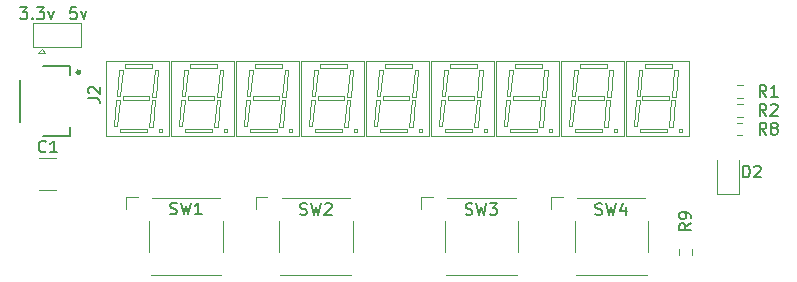
<source format=gto>
G04 #@! TF.GenerationSoftware,KiCad,Pcbnew,7.0.8*
G04 #@! TF.CreationDate,2023-11-03T14:19:20+02:00*
G04 #@! TF.ProjectId,TinyNumberHat,54696e79-4e75-46d6-9265-724861742e6b,rev?*
G04 #@! TF.SameCoordinates,Original*
G04 #@! TF.FileFunction,Legend,Top*
G04 #@! TF.FilePolarity,Positive*
%FSLAX46Y46*%
G04 Gerber Fmt 4.6, Leading zero omitted, Abs format (unit mm)*
G04 Created by KiCad (PCBNEW 7.0.8) date 2023-11-03 14:19:20*
%MOMM*%
%LPD*%
G01*
G04 APERTURE LIST*
%ADD10C,0.150000*%
%ADD11C,0.120000*%
%ADD12C,0.127000*%
%ADD13C,0.300000*%
G04 APERTURE END LIST*
D10*
X105212969Y-77069819D02*
X104736779Y-77069819D01*
X104736779Y-77069819D02*
X104689160Y-77546009D01*
X104689160Y-77546009D02*
X104736779Y-77498390D01*
X104736779Y-77498390D02*
X104832017Y-77450771D01*
X104832017Y-77450771D02*
X105070112Y-77450771D01*
X105070112Y-77450771D02*
X105165350Y-77498390D01*
X105165350Y-77498390D02*
X105212969Y-77546009D01*
X105212969Y-77546009D02*
X105260588Y-77641247D01*
X105260588Y-77641247D02*
X105260588Y-77879342D01*
X105260588Y-77879342D02*
X105212969Y-77974580D01*
X105212969Y-77974580D02*
X105165350Y-78022200D01*
X105165350Y-78022200D02*
X105070112Y-78069819D01*
X105070112Y-78069819D02*
X104832017Y-78069819D01*
X104832017Y-78069819D02*
X104736779Y-78022200D01*
X104736779Y-78022200D02*
X104689160Y-77974580D01*
X105593922Y-77403152D02*
X105832017Y-78069819D01*
X105832017Y-78069819D02*
X106070112Y-77403152D01*
X100441541Y-77069819D02*
X101060588Y-77069819D01*
X101060588Y-77069819D02*
X100727255Y-77450771D01*
X100727255Y-77450771D02*
X100870112Y-77450771D01*
X100870112Y-77450771D02*
X100965350Y-77498390D01*
X100965350Y-77498390D02*
X101012969Y-77546009D01*
X101012969Y-77546009D02*
X101060588Y-77641247D01*
X101060588Y-77641247D02*
X101060588Y-77879342D01*
X101060588Y-77879342D02*
X101012969Y-77974580D01*
X101012969Y-77974580D02*
X100965350Y-78022200D01*
X100965350Y-78022200D02*
X100870112Y-78069819D01*
X100870112Y-78069819D02*
X100584398Y-78069819D01*
X100584398Y-78069819D02*
X100489160Y-78022200D01*
X100489160Y-78022200D02*
X100441541Y-77974580D01*
X101489160Y-77974580D02*
X101536779Y-78022200D01*
X101536779Y-78022200D02*
X101489160Y-78069819D01*
X101489160Y-78069819D02*
X101441541Y-78022200D01*
X101441541Y-78022200D02*
X101489160Y-77974580D01*
X101489160Y-77974580D02*
X101489160Y-78069819D01*
X101870112Y-77069819D02*
X102489159Y-77069819D01*
X102489159Y-77069819D02*
X102155826Y-77450771D01*
X102155826Y-77450771D02*
X102298683Y-77450771D01*
X102298683Y-77450771D02*
X102393921Y-77498390D01*
X102393921Y-77498390D02*
X102441540Y-77546009D01*
X102441540Y-77546009D02*
X102489159Y-77641247D01*
X102489159Y-77641247D02*
X102489159Y-77879342D01*
X102489159Y-77879342D02*
X102441540Y-77974580D01*
X102441540Y-77974580D02*
X102393921Y-78022200D01*
X102393921Y-78022200D02*
X102298683Y-78069819D01*
X102298683Y-78069819D02*
X102012969Y-78069819D01*
X102012969Y-78069819D02*
X101917731Y-78022200D01*
X101917731Y-78022200D02*
X101870112Y-77974580D01*
X102822493Y-77403152D02*
X103060588Y-78069819D01*
X103060588Y-78069819D02*
X103298683Y-77403152D01*
X149166667Y-94607200D02*
X149309524Y-94654819D01*
X149309524Y-94654819D02*
X149547619Y-94654819D01*
X149547619Y-94654819D02*
X149642857Y-94607200D01*
X149642857Y-94607200D02*
X149690476Y-94559580D01*
X149690476Y-94559580D02*
X149738095Y-94464342D01*
X149738095Y-94464342D02*
X149738095Y-94369104D01*
X149738095Y-94369104D02*
X149690476Y-94273866D01*
X149690476Y-94273866D02*
X149642857Y-94226247D01*
X149642857Y-94226247D02*
X149547619Y-94178628D01*
X149547619Y-94178628D02*
X149357143Y-94131009D01*
X149357143Y-94131009D02*
X149261905Y-94083390D01*
X149261905Y-94083390D02*
X149214286Y-94035771D01*
X149214286Y-94035771D02*
X149166667Y-93940533D01*
X149166667Y-93940533D02*
X149166667Y-93845295D01*
X149166667Y-93845295D02*
X149214286Y-93750057D01*
X149214286Y-93750057D02*
X149261905Y-93702438D01*
X149261905Y-93702438D02*
X149357143Y-93654819D01*
X149357143Y-93654819D02*
X149595238Y-93654819D01*
X149595238Y-93654819D02*
X149738095Y-93702438D01*
X150071429Y-93654819D02*
X150309524Y-94654819D01*
X150309524Y-94654819D02*
X150500000Y-93940533D01*
X150500000Y-93940533D02*
X150690476Y-94654819D01*
X150690476Y-94654819D02*
X150928572Y-93654819D01*
X151738095Y-93988152D02*
X151738095Y-94654819D01*
X151500000Y-93607200D02*
X151261905Y-94321485D01*
X151261905Y-94321485D02*
X151880952Y-94321485D01*
X138166667Y-94607200D02*
X138309524Y-94654819D01*
X138309524Y-94654819D02*
X138547619Y-94654819D01*
X138547619Y-94654819D02*
X138642857Y-94607200D01*
X138642857Y-94607200D02*
X138690476Y-94559580D01*
X138690476Y-94559580D02*
X138738095Y-94464342D01*
X138738095Y-94464342D02*
X138738095Y-94369104D01*
X138738095Y-94369104D02*
X138690476Y-94273866D01*
X138690476Y-94273866D02*
X138642857Y-94226247D01*
X138642857Y-94226247D02*
X138547619Y-94178628D01*
X138547619Y-94178628D02*
X138357143Y-94131009D01*
X138357143Y-94131009D02*
X138261905Y-94083390D01*
X138261905Y-94083390D02*
X138214286Y-94035771D01*
X138214286Y-94035771D02*
X138166667Y-93940533D01*
X138166667Y-93940533D02*
X138166667Y-93845295D01*
X138166667Y-93845295D02*
X138214286Y-93750057D01*
X138214286Y-93750057D02*
X138261905Y-93702438D01*
X138261905Y-93702438D02*
X138357143Y-93654819D01*
X138357143Y-93654819D02*
X138595238Y-93654819D01*
X138595238Y-93654819D02*
X138738095Y-93702438D01*
X139071429Y-93654819D02*
X139309524Y-94654819D01*
X139309524Y-94654819D02*
X139500000Y-93940533D01*
X139500000Y-93940533D02*
X139690476Y-94654819D01*
X139690476Y-94654819D02*
X139928572Y-93654819D01*
X140214286Y-93654819D02*
X140833333Y-93654819D01*
X140833333Y-93654819D02*
X140500000Y-94035771D01*
X140500000Y-94035771D02*
X140642857Y-94035771D01*
X140642857Y-94035771D02*
X140738095Y-94083390D01*
X140738095Y-94083390D02*
X140785714Y-94131009D01*
X140785714Y-94131009D02*
X140833333Y-94226247D01*
X140833333Y-94226247D02*
X140833333Y-94464342D01*
X140833333Y-94464342D02*
X140785714Y-94559580D01*
X140785714Y-94559580D02*
X140738095Y-94607200D01*
X140738095Y-94607200D02*
X140642857Y-94654819D01*
X140642857Y-94654819D02*
X140357143Y-94654819D01*
X140357143Y-94654819D02*
X140261905Y-94607200D01*
X140261905Y-94607200D02*
X140214286Y-94559580D01*
X157254819Y-95366666D02*
X156778628Y-95699999D01*
X157254819Y-95938094D02*
X156254819Y-95938094D01*
X156254819Y-95938094D02*
X156254819Y-95557142D01*
X156254819Y-95557142D02*
X156302438Y-95461904D01*
X156302438Y-95461904D02*
X156350057Y-95414285D01*
X156350057Y-95414285D02*
X156445295Y-95366666D01*
X156445295Y-95366666D02*
X156588152Y-95366666D01*
X156588152Y-95366666D02*
X156683390Y-95414285D01*
X156683390Y-95414285D02*
X156731009Y-95461904D01*
X156731009Y-95461904D02*
X156778628Y-95557142D01*
X156778628Y-95557142D02*
X156778628Y-95938094D01*
X157254819Y-94890475D02*
X157254819Y-94699999D01*
X157254819Y-94699999D02*
X157207200Y-94604761D01*
X157207200Y-94604761D02*
X157159580Y-94557142D01*
X157159580Y-94557142D02*
X157016723Y-94461904D01*
X157016723Y-94461904D02*
X156826247Y-94414285D01*
X156826247Y-94414285D02*
X156445295Y-94414285D01*
X156445295Y-94414285D02*
X156350057Y-94461904D01*
X156350057Y-94461904D02*
X156302438Y-94509523D01*
X156302438Y-94509523D02*
X156254819Y-94604761D01*
X156254819Y-94604761D02*
X156254819Y-94795237D01*
X156254819Y-94795237D02*
X156302438Y-94890475D01*
X156302438Y-94890475D02*
X156350057Y-94938094D01*
X156350057Y-94938094D02*
X156445295Y-94985713D01*
X156445295Y-94985713D02*
X156683390Y-94985713D01*
X156683390Y-94985713D02*
X156778628Y-94938094D01*
X156778628Y-94938094D02*
X156826247Y-94890475D01*
X156826247Y-94890475D02*
X156873866Y-94795237D01*
X156873866Y-94795237D02*
X156873866Y-94604761D01*
X156873866Y-94604761D02*
X156826247Y-94509523D01*
X156826247Y-94509523D02*
X156778628Y-94461904D01*
X156778628Y-94461904D02*
X156683390Y-94414285D01*
X106222504Y-84788238D02*
X106936789Y-84788238D01*
X106936789Y-84788238D02*
X107079646Y-84835857D01*
X107079646Y-84835857D02*
X107174885Y-84931095D01*
X107174885Y-84931095D02*
X107222504Y-85073952D01*
X107222504Y-85073952D02*
X107222504Y-85169190D01*
X106317742Y-84359666D02*
X106270123Y-84312047D01*
X106270123Y-84312047D02*
X106222504Y-84216809D01*
X106222504Y-84216809D02*
X106222504Y-83978714D01*
X106222504Y-83978714D02*
X106270123Y-83883476D01*
X106270123Y-83883476D02*
X106317742Y-83835857D01*
X106317742Y-83835857D02*
X106412980Y-83788238D01*
X106412980Y-83788238D02*
X106508218Y-83788238D01*
X106508218Y-83788238D02*
X106651075Y-83835857D01*
X106651075Y-83835857D02*
X107222504Y-84407285D01*
X107222504Y-84407285D02*
X107222504Y-83788238D01*
X163633333Y-86254819D02*
X163300000Y-85778628D01*
X163061905Y-86254819D02*
X163061905Y-85254819D01*
X163061905Y-85254819D02*
X163442857Y-85254819D01*
X163442857Y-85254819D02*
X163538095Y-85302438D01*
X163538095Y-85302438D02*
X163585714Y-85350057D01*
X163585714Y-85350057D02*
X163633333Y-85445295D01*
X163633333Y-85445295D02*
X163633333Y-85588152D01*
X163633333Y-85588152D02*
X163585714Y-85683390D01*
X163585714Y-85683390D02*
X163538095Y-85731009D01*
X163538095Y-85731009D02*
X163442857Y-85778628D01*
X163442857Y-85778628D02*
X163061905Y-85778628D01*
X164014286Y-85350057D02*
X164061905Y-85302438D01*
X164061905Y-85302438D02*
X164157143Y-85254819D01*
X164157143Y-85254819D02*
X164395238Y-85254819D01*
X164395238Y-85254819D02*
X164490476Y-85302438D01*
X164490476Y-85302438D02*
X164538095Y-85350057D01*
X164538095Y-85350057D02*
X164585714Y-85445295D01*
X164585714Y-85445295D02*
X164585714Y-85540533D01*
X164585714Y-85540533D02*
X164538095Y-85683390D01*
X164538095Y-85683390D02*
X163966667Y-86254819D01*
X163966667Y-86254819D02*
X164585714Y-86254819D01*
X163633333Y-84654819D02*
X163300000Y-84178628D01*
X163061905Y-84654819D02*
X163061905Y-83654819D01*
X163061905Y-83654819D02*
X163442857Y-83654819D01*
X163442857Y-83654819D02*
X163538095Y-83702438D01*
X163538095Y-83702438D02*
X163585714Y-83750057D01*
X163585714Y-83750057D02*
X163633333Y-83845295D01*
X163633333Y-83845295D02*
X163633333Y-83988152D01*
X163633333Y-83988152D02*
X163585714Y-84083390D01*
X163585714Y-84083390D02*
X163538095Y-84131009D01*
X163538095Y-84131009D02*
X163442857Y-84178628D01*
X163442857Y-84178628D02*
X163061905Y-84178628D01*
X164585714Y-84654819D02*
X164014286Y-84654819D01*
X164300000Y-84654819D02*
X164300000Y-83654819D01*
X164300000Y-83654819D02*
X164204762Y-83797676D01*
X164204762Y-83797676D02*
X164109524Y-83892914D01*
X164109524Y-83892914D02*
X164014286Y-83940533D01*
X113166667Y-94557200D02*
X113309524Y-94604819D01*
X113309524Y-94604819D02*
X113547619Y-94604819D01*
X113547619Y-94604819D02*
X113642857Y-94557200D01*
X113642857Y-94557200D02*
X113690476Y-94509580D01*
X113690476Y-94509580D02*
X113738095Y-94414342D01*
X113738095Y-94414342D02*
X113738095Y-94319104D01*
X113738095Y-94319104D02*
X113690476Y-94223866D01*
X113690476Y-94223866D02*
X113642857Y-94176247D01*
X113642857Y-94176247D02*
X113547619Y-94128628D01*
X113547619Y-94128628D02*
X113357143Y-94081009D01*
X113357143Y-94081009D02*
X113261905Y-94033390D01*
X113261905Y-94033390D02*
X113214286Y-93985771D01*
X113214286Y-93985771D02*
X113166667Y-93890533D01*
X113166667Y-93890533D02*
X113166667Y-93795295D01*
X113166667Y-93795295D02*
X113214286Y-93700057D01*
X113214286Y-93700057D02*
X113261905Y-93652438D01*
X113261905Y-93652438D02*
X113357143Y-93604819D01*
X113357143Y-93604819D02*
X113595238Y-93604819D01*
X113595238Y-93604819D02*
X113738095Y-93652438D01*
X114071429Y-93604819D02*
X114309524Y-94604819D01*
X114309524Y-94604819D02*
X114500000Y-93890533D01*
X114500000Y-93890533D02*
X114690476Y-94604819D01*
X114690476Y-94604819D02*
X114928572Y-93604819D01*
X115833333Y-94604819D02*
X115261905Y-94604819D01*
X115547619Y-94604819D02*
X115547619Y-93604819D01*
X115547619Y-93604819D02*
X115452381Y-93747676D01*
X115452381Y-93747676D02*
X115357143Y-93842914D01*
X115357143Y-93842914D02*
X115261905Y-93890533D01*
X124166667Y-94607200D02*
X124309524Y-94654819D01*
X124309524Y-94654819D02*
X124547619Y-94654819D01*
X124547619Y-94654819D02*
X124642857Y-94607200D01*
X124642857Y-94607200D02*
X124690476Y-94559580D01*
X124690476Y-94559580D02*
X124738095Y-94464342D01*
X124738095Y-94464342D02*
X124738095Y-94369104D01*
X124738095Y-94369104D02*
X124690476Y-94273866D01*
X124690476Y-94273866D02*
X124642857Y-94226247D01*
X124642857Y-94226247D02*
X124547619Y-94178628D01*
X124547619Y-94178628D02*
X124357143Y-94131009D01*
X124357143Y-94131009D02*
X124261905Y-94083390D01*
X124261905Y-94083390D02*
X124214286Y-94035771D01*
X124214286Y-94035771D02*
X124166667Y-93940533D01*
X124166667Y-93940533D02*
X124166667Y-93845295D01*
X124166667Y-93845295D02*
X124214286Y-93750057D01*
X124214286Y-93750057D02*
X124261905Y-93702438D01*
X124261905Y-93702438D02*
X124357143Y-93654819D01*
X124357143Y-93654819D02*
X124595238Y-93654819D01*
X124595238Y-93654819D02*
X124738095Y-93702438D01*
X125071429Y-93654819D02*
X125309524Y-94654819D01*
X125309524Y-94654819D02*
X125500000Y-93940533D01*
X125500000Y-93940533D02*
X125690476Y-94654819D01*
X125690476Y-94654819D02*
X125928572Y-93654819D01*
X126261905Y-93750057D02*
X126309524Y-93702438D01*
X126309524Y-93702438D02*
X126404762Y-93654819D01*
X126404762Y-93654819D02*
X126642857Y-93654819D01*
X126642857Y-93654819D02*
X126738095Y-93702438D01*
X126738095Y-93702438D02*
X126785714Y-93750057D01*
X126785714Y-93750057D02*
X126833333Y-93845295D01*
X126833333Y-93845295D02*
X126833333Y-93940533D01*
X126833333Y-93940533D02*
X126785714Y-94083390D01*
X126785714Y-94083390D02*
X126214286Y-94654819D01*
X126214286Y-94654819D02*
X126833333Y-94654819D01*
X163633333Y-87854819D02*
X163300000Y-87378628D01*
X163061905Y-87854819D02*
X163061905Y-86854819D01*
X163061905Y-86854819D02*
X163442857Y-86854819D01*
X163442857Y-86854819D02*
X163538095Y-86902438D01*
X163538095Y-86902438D02*
X163585714Y-86950057D01*
X163585714Y-86950057D02*
X163633333Y-87045295D01*
X163633333Y-87045295D02*
X163633333Y-87188152D01*
X163633333Y-87188152D02*
X163585714Y-87283390D01*
X163585714Y-87283390D02*
X163538095Y-87331009D01*
X163538095Y-87331009D02*
X163442857Y-87378628D01*
X163442857Y-87378628D02*
X163061905Y-87378628D01*
X164204762Y-87283390D02*
X164109524Y-87235771D01*
X164109524Y-87235771D02*
X164061905Y-87188152D01*
X164061905Y-87188152D02*
X164014286Y-87092914D01*
X164014286Y-87092914D02*
X164014286Y-87045295D01*
X164014286Y-87045295D02*
X164061905Y-86950057D01*
X164061905Y-86950057D02*
X164109524Y-86902438D01*
X164109524Y-86902438D02*
X164204762Y-86854819D01*
X164204762Y-86854819D02*
X164395238Y-86854819D01*
X164395238Y-86854819D02*
X164490476Y-86902438D01*
X164490476Y-86902438D02*
X164538095Y-86950057D01*
X164538095Y-86950057D02*
X164585714Y-87045295D01*
X164585714Y-87045295D02*
X164585714Y-87092914D01*
X164585714Y-87092914D02*
X164538095Y-87188152D01*
X164538095Y-87188152D02*
X164490476Y-87235771D01*
X164490476Y-87235771D02*
X164395238Y-87283390D01*
X164395238Y-87283390D02*
X164204762Y-87283390D01*
X164204762Y-87283390D02*
X164109524Y-87331009D01*
X164109524Y-87331009D02*
X164061905Y-87378628D01*
X164061905Y-87378628D02*
X164014286Y-87473866D01*
X164014286Y-87473866D02*
X164014286Y-87664342D01*
X164014286Y-87664342D02*
X164061905Y-87759580D01*
X164061905Y-87759580D02*
X164109524Y-87807200D01*
X164109524Y-87807200D02*
X164204762Y-87854819D01*
X164204762Y-87854819D02*
X164395238Y-87854819D01*
X164395238Y-87854819D02*
X164490476Y-87807200D01*
X164490476Y-87807200D02*
X164538095Y-87759580D01*
X164538095Y-87759580D02*
X164585714Y-87664342D01*
X164585714Y-87664342D02*
X164585714Y-87473866D01*
X164585714Y-87473866D02*
X164538095Y-87378628D01*
X164538095Y-87378628D02*
X164490476Y-87331009D01*
X164490476Y-87331009D02*
X164395238Y-87283390D01*
X102633333Y-89259580D02*
X102585714Y-89307200D01*
X102585714Y-89307200D02*
X102442857Y-89354819D01*
X102442857Y-89354819D02*
X102347619Y-89354819D01*
X102347619Y-89354819D02*
X102204762Y-89307200D01*
X102204762Y-89307200D02*
X102109524Y-89211961D01*
X102109524Y-89211961D02*
X102061905Y-89116723D01*
X102061905Y-89116723D02*
X102014286Y-88926247D01*
X102014286Y-88926247D02*
X102014286Y-88783390D01*
X102014286Y-88783390D02*
X102061905Y-88592914D01*
X102061905Y-88592914D02*
X102109524Y-88497676D01*
X102109524Y-88497676D02*
X102204762Y-88402438D01*
X102204762Y-88402438D02*
X102347619Y-88354819D01*
X102347619Y-88354819D02*
X102442857Y-88354819D01*
X102442857Y-88354819D02*
X102585714Y-88402438D01*
X102585714Y-88402438D02*
X102633333Y-88450057D01*
X103585714Y-89354819D02*
X103014286Y-89354819D01*
X103300000Y-89354819D02*
X103300000Y-88354819D01*
X103300000Y-88354819D02*
X103204762Y-88497676D01*
X103204762Y-88497676D02*
X103109524Y-88592914D01*
X103109524Y-88592914D02*
X103014286Y-88640533D01*
X161661905Y-91479819D02*
X161661905Y-90479819D01*
X161661905Y-90479819D02*
X161900000Y-90479819D01*
X161900000Y-90479819D02*
X162042857Y-90527438D01*
X162042857Y-90527438D02*
X162138095Y-90622676D01*
X162138095Y-90622676D02*
X162185714Y-90717914D01*
X162185714Y-90717914D02*
X162233333Y-90908390D01*
X162233333Y-90908390D02*
X162233333Y-91051247D01*
X162233333Y-91051247D02*
X162185714Y-91241723D01*
X162185714Y-91241723D02*
X162138095Y-91336961D01*
X162138095Y-91336961D02*
X162042857Y-91432200D01*
X162042857Y-91432200D02*
X161900000Y-91479819D01*
X161900000Y-91479819D02*
X161661905Y-91479819D01*
X162614286Y-90575057D02*
X162661905Y-90527438D01*
X162661905Y-90527438D02*
X162757143Y-90479819D01*
X162757143Y-90479819D02*
X162995238Y-90479819D01*
X162995238Y-90479819D02*
X163090476Y-90527438D01*
X163090476Y-90527438D02*
X163138095Y-90575057D01*
X163138095Y-90575057D02*
X163185714Y-90670295D01*
X163185714Y-90670295D02*
X163185714Y-90765533D01*
X163185714Y-90765533D02*
X163138095Y-90908390D01*
X163138095Y-90908390D02*
X162566667Y-91479819D01*
X162566667Y-91479819D02*
X163185714Y-91479819D01*
D11*
X113250000Y-81650000D02*
X118550000Y-81650000D01*
X113250000Y-87950000D02*
X113250000Y-81650000D01*
X113900000Y-87150000D02*
X114100000Y-84900000D01*
X114100000Y-84900000D02*
X114400000Y-84900000D01*
X114150000Y-84600000D02*
X114350000Y-82350000D01*
X114200000Y-87150000D02*
X113900000Y-87150000D01*
X114350000Y-82350000D02*
X114650000Y-82350000D01*
X114400000Y-84900000D02*
X114200000Y-87150000D01*
X114400000Y-87350000D02*
X116700000Y-87350000D01*
X114400000Y-87650000D02*
X114400000Y-87350000D01*
X114450000Y-84600000D02*
X114150000Y-84600000D01*
X114650000Y-82350000D02*
X114450000Y-84600000D01*
X114650000Y-84600000D02*
X116900000Y-84600000D01*
X114650000Y-84900000D02*
X114650000Y-84600000D01*
X114850000Y-81900000D02*
X117150000Y-81900000D01*
X114850000Y-82200000D02*
X114850000Y-81900000D01*
X116700000Y-87350000D02*
X116700000Y-87650000D01*
X116700000Y-87650000D02*
X114400000Y-87650000D01*
X116900000Y-84600000D02*
X116900000Y-84900000D01*
X116900000Y-84900000D02*
X114650000Y-84900000D01*
X116900000Y-87200000D02*
X117100000Y-84950000D01*
X117100000Y-84950000D02*
X117400000Y-84950000D01*
X117150000Y-81900000D02*
X117150000Y-82200000D01*
X117150000Y-82200000D02*
X114850000Y-82200000D01*
X117150000Y-84650000D02*
X117350000Y-82400000D01*
X117200000Y-87200000D02*
X116900000Y-87200000D01*
X117350000Y-82400000D02*
X117650000Y-82400000D01*
X117400000Y-84950000D02*
X117200000Y-87200000D01*
X117450000Y-84650000D02*
X117150000Y-84650000D01*
X117650000Y-82400000D02*
X117450000Y-84650000D01*
X117700000Y-87350000D02*
X118000000Y-87350000D01*
X117700000Y-87650000D02*
X117700000Y-87350000D01*
X118000000Y-87350000D02*
X118000000Y-87650000D01*
X118000000Y-87650000D02*
X117700000Y-87650000D01*
X118550000Y-81650000D02*
X118550000Y-87950000D01*
X118550000Y-87950000D02*
X113250000Y-87950000D01*
X145400000Y-93150000D02*
X146400000Y-93150000D01*
X145400000Y-94150000D02*
X145400000Y-93150000D01*
X147400000Y-95150000D02*
X147400000Y-97750000D01*
X153400000Y-93200000D02*
X147600000Y-93200000D01*
X153500000Y-99700000D02*
X147500000Y-99700000D01*
X153600000Y-95150000D02*
X153600000Y-97750000D01*
X134400000Y-93150000D02*
X135400000Y-93150000D01*
X134400000Y-94150000D02*
X134400000Y-93150000D01*
X136400000Y-95150000D02*
X136400000Y-97750000D01*
X142400000Y-93200000D02*
X136600000Y-93200000D01*
X142500000Y-99700000D02*
X136500000Y-99700000D01*
X142600000Y-95150000D02*
X142600000Y-97750000D01*
X135250000Y-81650000D02*
X140550000Y-81650000D01*
X135250000Y-87950000D02*
X135250000Y-81650000D01*
X135900000Y-87150000D02*
X136100000Y-84900000D01*
X136100000Y-84900000D02*
X136400000Y-84900000D01*
X136150000Y-84600000D02*
X136350000Y-82350000D01*
X136200000Y-87150000D02*
X135900000Y-87150000D01*
X136350000Y-82350000D02*
X136650000Y-82350000D01*
X136400000Y-84900000D02*
X136200000Y-87150000D01*
X136400000Y-87350000D02*
X138700000Y-87350000D01*
X136400000Y-87650000D02*
X136400000Y-87350000D01*
X136450000Y-84600000D02*
X136150000Y-84600000D01*
X136650000Y-82350000D02*
X136450000Y-84600000D01*
X136650000Y-84600000D02*
X138900000Y-84600000D01*
X136650000Y-84900000D02*
X136650000Y-84600000D01*
X136850000Y-81900000D02*
X139150000Y-81900000D01*
X136850000Y-82200000D02*
X136850000Y-81900000D01*
X138700000Y-87350000D02*
X138700000Y-87650000D01*
X138700000Y-87650000D02*
X136400000Y-87650000D01*
X138900000Y-84600000D02*
X138900000Y-84900000D01*
X138900000Y-84900000D02*
X136650000Y-84900000D01*
X138900000Y-87200000D02*
X139100000Y-84950000D01*
X139100000Y-84950000D02*
X139400000Y-84950000D01*
X139150000Y-81900000D02*
X139150000Y-82200000D01*
X139150000Y-82200000D02*
X136850000Y-82200000D01*
X139150000Y-84650000D02*
X139350000Y-82400000D01*
X139200000Y-87200000D02*
X138900000Y-87200000D01*
X139350000Y-82400000D02*
X139650000Y-82400000D01*
X139400000Y-84950000D02*
X139200000Y-87200000D01*
X139450000Y-84650000D02*
X139150000Y-84650000D01*
X139650000Y-82400000D02*
X139450000Y-84650000D01*
X139700000Y-87350000D02*
X140000000Y-87350000D01*
X139700000Y-87650000D02*
X139700000Y-87350000D01*
X140000000Y-87350000D02*
X140000000Y-87650000D01*
X140000000Y-87650000D02*
X139700000Y-87650000D01*
X140550000Y-81650000D02*
X140550000Y-87950000D01*
X140550000Y-87950000D02*
X135250000Y-87950000D01*
X118750000Y-81650000D02*
X124050000Y-81650000D01*
X118750000Y-87950000D02*
X118750000Y-81650000D01*
X119400000Y-87150000D02*
X119600000Y-84900000D01*
X119600000Y-84900000D02*
X119900000Y-84900000D01*
X119650000Y-84600000D02*
X119850000Y-82350000D01*
X119700000Y-87150000D02*
X119400000Y-87150000D01*
X119850000Y-82350000D02*
X120150000Y-82350000D01*
X119900000Y-84900000D02*
X119700000Y-87150000D01*
X119900000Y-87350000D02*
X122200000Y-87350000D01*
X119900000Y-87650000D02*
X119900000Y-87350000D01*
X119950000Y-84600000D02*
X119650000Y-84600000D01*
X120150000Y-82350000D02*
X119950000Y-84600000D01*
X120150000Y-84600000D02*
X122400000Y-84600000D01*
X120150000Y-84900000D02*
X120150000Y-84600000D01*
X120350000Y-81900000D02*
X122650000Y-81900000D01*
X120350000Y-82200000D02*
X120350000Y-81900000D01*
X122200000Y-87350000D02*
X122200000Y-87650000D01*
X122200000Y-87650000D02*
X119900000Y-87650000D01*
X122400000Y-84600000D02*
X122400000Y-84900000D01*
X122400000Y-84900000D02*
X120150000Y-84900000D01*
X122400000Y-87200000D02*
X122600000Y-84950000D01*
X122600000Y-84950000D02*
X122900000Y-84950000D01*
X122650000Y-81900000D02*
X122650000Y-82200000D01*
X122650000Y-82200000D02*
X120350000Y-82200000D01*
X122650000Y-84650000D02*
X122850000Y-82400000D01*
X122700000Y-87200000D02*
X122400000Y-87200000D01*
X122850000Y-82400000D02*
X123150000Y-82400000D01*
X122900000Y-84950000D02*
X122700000Y-87200000D01*
X122950000Y-84650000D02*
X122650000Y-84650000D01*
X123150000Y-82400000D02*
X122950000Y-84650000D01*
X123200000Y-87350000D02*
X123500000Y-87350000D01*
X123200000Y-87650000D02*
X123200000Y-87350000D01*
X123500000Y-87350000D02*
X123500000Y-87650000D01*
X123500000Y-87650000D02*
X123200000Y-87650000D01*
X124050000Y-81650000D02*
X124050000Y-87950000D01*
X124050000Y-87950000D02*
X118750000Y-87950000D01*
X156277500Y-98037258D02*
X156277500Y-97562742D01*
X157322500Y-98037258D02*
X157322500Y-97562742D01*
D12*
X104675000Y-82000000D02*
X102400000Y-82000000D01*
X104675000Y-82800000D02*
X104675000Y-82000000D01*
X100425000Y-83200000D02*
X100425000Y-86800000D01*
X104675000Y-87200000D02*
X104675000Y-88000000D01*
X104675000Y-88000000D02*
X102400000Y-88000000D01*
D13*
X105485000Y-82550000D02*
G75*
G03*
X105485000Y-82550000I-100000J0D01*
G01*
D11*
X161637258Y-86322500D02*
X161162742Y-86322500D01*
X161637258Y-85277500D02*
X161162742Y-85277500D01*
X161662258Y-84722500D02*
X161187742Y-84722500D01*
X161662258Y-83677500D02*
X161187742Y-83677500D01*
X109400000Y-93150000D02*
X110400000Y-93150000D01*
X109400000Y-94150000D02*
X109400000Y-93150000D01*
X111400000Y-95150000D02*
X111400000Y-97750000D01*
X117400000Y-93200000D02*
X111600000Y-93200000D01*
X117500000Y-99700000D02*
X111500000Y-99700000D01*
X117600000Y-95150000D02*
X117600000Y-97750000D01*
X120400000Y-93150000D02*
X121400000Y-93150000D01*
X120400000Y-94150000D02*
X120400000Y-93150000D01*
X122400000Y-95150000D02*
X122400000Y-97750000D01*
X128400000Y-93200000D02*
X122600000Y-93200000D01*
X128500000Y-99700000D02*
X122500000Y-99700000D01*
X128600000Y-95150000D02*
X128600000Y-97750000D01*
X107750000Y-81650000D02*
X113050000Y-81650000D01*
X107750000Y-87950000D02*
X107750000Y-81650000D01*
X108400000Y-87150000D02*
X108600000Y-84900000D01*
X108600000Y-84900000D02*
X108900000Y-84900000D01*
X108650000Y-84600000D02*
X108850000Y-82350000D01*
X108700000Y-87150000D02*
X108400000Y-87150000D01*
X108850000Y-82350000D02*
X109150000Y-82350000D01*
X108900000Y-84900000D02*
X108700000Y-87150000D01*
X108900000Y-87350000D02*
X111200000Y-87350000D01*
X108900000Y-87650000D02*
X108900000Y-87350000D01*
X108950000Y-84600000D02*
X108650000Y-84600000D01*
X109150000Y-82350000D02*
X108950000Y-84600000D01*
X109150000Y-84600000D02*
X111400000Y-84600000D01*
X109150000Y-84900000D02*
X109150000Y-84600000D01*
X109350000Y-81900000D02*
X111650000Y-81900000D01*
X109350000Y-82200000D02*
X109350000Y-81900000D01*
X111200000Y-87350000D02*
X111200000Y-87650000D01*
X111200000Y-87650000D02*
X108900000Y-87650000D01*
X111400000Y-84600000D02*
X111400000Y-84900000D01*
X111400000Y-84900000D02*
X109150000Y-84900000D01*
X111400000Y-87200000D02*
X111600000Y-84950000D01*
X111600000Y-84950000D02*
X111900000Y-84950000D01*
X111650000Y-81900000D02*
X111650000Y-82200000D01*
X111650000Y-82200000D02*
X109350000Y-82200000D01*
X111650000Y-84650000D02*
X111850000Y-82400000D01*
X111700000Y-87200000D02*
X111400000Y-87200000D01*
X111850000Y-82400000D02*
X112150000Y-82400000D01*
X111900000Y-84950000D02*
X111700000Y-87200000D01*
X111950000Y-84650000D02*
X111650000Y-84650000D01*
X112150000Y-82400000D02*
X111950000Y-84650000D01*
X112200000Y-87350000D02*
X112500000Y-87350000D01*
X112200000Y-87650000D02*
X112200000Y-87350000D01*
X112500000Y-87350000D02*
X112500000Y-87650000D01*
X112500000Y-87650000D02*
X112200000Y-87650000D01*
X113050000Y-81650000D02*
X113050000Y-87950000D01*
X113050000Y-87950000D02*
X107750000Y-87950000D01*
X161137742Y-86877500D02*
X161612258Y-86877500D01*
X161137742Y-87922500D02*
X161612258Y-87922500D01*
X129750000Y-81650000D02*
X135050000Y-81650000D01*
X129750000Y-87950000D02*
X129750000Y-81650000D01*
X130400000Y-87150000D02*
X130600000Y-84900000D01*
X130600000Y-84900000D02*
X130900000Y-84900000D01*
X130650000Y-84600000D02*
X130850000Y-82350000D01*
X130700000Y-87150000D02*
X130400000Y-87150000D01*
X130850000Y-82350000D02*
X131150000Y-82350000D01*
X130900000Y-84900000D02*
X130700000Y-87150000D01*
X130900000Y-87350000D02*
X133200000Y-87350000D01*
X130900000Y-87650000D02*
X130900000Y-87350000D01*
X130950000Y-84600000D02*
X130650000Y-84600000D01*
X131150000Y-82350000D02*
X130950000Y-84600000D01*
X131150000Y-84600000D02*
X133400000Y-84600000D01*
X131150000Y-84900000D02*
X131150000Y-84600000D01*
X131350000Y-81900000D02*
X133650000Y-81900000D01*
X131350000Y-82200000D02*
X131350000Y-81900000D01*
X133200000Y-87350000D02*
X133200000Y-87650000D01*
X133200000Y-87650000D02*
X130900000Y-87650000D01*
X133400000Y-84600000D02*
X133400000Y-84900000D01*
X133400000Y-84900000D02*
X131150000Y-84900000D01*
X133400000Y-87200000D02*
X133600000Y-84950000D01*
X133600000Y-84950000D02*
X133900000Y-84950000D01*
X133650000Y-81900000D02*
X133650000Y-82200000D01*
X133650000Y-82200000D02*
X131350000Y-82200000D01*
X133650000Y-84650000D02*
X133850000Y-82400000D01*
X133700000Y-87200000D02*
X133400000Y-87200000D01*
X133850000Y-82400000D02*
X134150000Y-82400000D01*
X133900000Y-84950000D02*
X133700000Y-87200000D01*
X133950000Y-84650000D02*
X133650000Y-84650000D01*
X134150000Y-82400000D02*
X133950000Y-84650000D01*
X134200000Y-87350000D02*
X134500000Y-87350000D01*
X134200000Y-87650000D02*
X134200000Y-87350000D01*
X134500000Y-87350000D02*
X134500000Y-87650000D01*
X134500000Y-87650000D02*
X134200000Y-87650000D01*
X135050000Y-81650000D02*
X135050000Y-87950000D01*
X135050000Y-87950000D02*
X129750000Y-87950000D01*
X151750000Y-81650000D02*
X157050000Y-81650000D01*
X151750000Y-87950000D02*
X151750000Y-81650000D01*
X152400000Y-87150000D02*
X152600000Y-84900000D01*
X152600000Y-84900000D02*
X152900000Y-84900000D01*
X152650000Y-84600000D02*
X152850000Y-82350000D01*
X152700000Y-87150000D02*
X152400000Y-87150000D01*
X152850000Y-82350000D02*
X153150000Y-82350000D01*
X152900000Y-84900000D02*
X152700000Y-87150000D01*
X152900000Y-87350000D02*
X155200000Y-87350000D01*
X152900000Y-87650000D02*
X152900000Y-87350000D01*
X152950000Y-84600000D02*
X152650000Y-84600000D01*
X153150000Y-82350000D02*
X152950000Y-84600000D01*
X153150000Y-84600000D02*
X155400000Y-84600000D01*
X153150000Y-84900000D02*
X153150000Y-84600000D01*
X153350000Y-81900000D02*
X155650000Y-81900000D01*
X153350000Y-82200000D02*
X153350000Y-81900000D01*
X155200000Y-87350000D02*
X155200000Y-87650000D01*
X155200000Y-87650000D02*
X152900000Y-87650000D01*
X155400000Y-84600000D02*
X155400000Y-84900000D01*
X155400000Y-84900000D02*
X153150000Y-84900000D01*
X155400000Y-87200000D02*
X155600000Y-84950000D01*
X155600000Y-84950000D02*
X155900000Y-84950000D01*
X155650000Y-81900000D02*
X155650000Y-82200000D01*
X155650000Y-82200000D02*
X153350000Y-82200000D01*
X155650000Y-84650000D02*
X155850000Y-82400000D01*
X155700000Y-87200000D02*
X155400000Y-87200000D01*
X155850000Y-82400000D02*
X156150000Y-82400000D01*
X155900000Y-84950000D02*
X155700000Y-87200000D01*
X155950000Y-84650000D02*
X155650000Y-84650000D01*
X156150000Y-82400000D02*
X155950000Y-84650000D01*
X156200000Y-87350000D02*
X156500000Y-87350000D01*
X156200000Y-87650000D02*
X156200000Y-87350000D01*
X156500000Y-87350000D02*
X156500000Y-87650000D01*
X156500000Y-87650000D02*
X156200000Y-87650000D01*
X157050000Y-81650000D02*
X157050000Y-87950000D01*
X157050000Y-87950000D02*
X151750000Y-87950000D01*
X102088748Y-89840000D02*
X103511252Y-89840000D01*
X102088748Y-92560000D02*
X103511252Y-92560000D01*
X124250000Y-81650000D02*
X129550000Y-81650000D01*
X124250000Y-87950000D02*
X124250000Y-81650000D01*
X124900000Y-87150000D02*
X125100000Y-84900000D01*
X125100000Y-84900000D02*
X125400000Y-84900000D01*
X125150000Y-84600000D02*
X125350000Y-82350000D01*
X125200000Y-87150000D02*
X124900000Y-87150000D01*
X125350000Y-82350000D02*
X125650000Y-82350000D01*
X125400000Y-84900000D02*
X125200000Y-87150000D01*
X125400000Y-87350000D02*
X127700000Y-87350000D01*
X125400000Y-87650000D02*
X125400000Y-87350000D01*
X125450000Y-84600000D02*
X125150000Y-84600000D01*
X125650000Y-82350000D02*
X125450000Y-84600000D01*
X125650000Y-84600000D02*
X127900000Y-84600000D01*
X125650000Y-84900000D02*
X125650000Y-84600000D01*
X125850000Y-81900000D02*
X128150000Y-81900000D01*
X125850000Y-82200000D02*
X125850000Y-81900000D01*
X127700000Y-87350000D02*
X127700000Y-87650000D01*
X127700000Y-87650000D02*
X125400000Y-87650000D01*
X127900000Y-84600000D02*
X127900000Y-84900000D01*
X127900000Y-84900000D02*
X125650000Y-84900000D01*
X127900000Y-87200000D02*
X128100000Y-84950000D01*
X128100000Y-84950000D02*
X128400000Y-84950000D01*
X128150000Y-81900000D02*
X128150000Y-82200000D01*
X128150000Y-82200000D02*
X125850000Y-82200000D01*
X128150000Y-84650000D02*
X128350000Y-82400000D01*
X128200000Y-87200000D02*
X127900000Y-87200000D01*
X128350000Y-82400000D02*
X128650000Y-82400000D01*
X128400000Y-84950000D02*
X128200000Y-87200000D01*
X128450000Y-84650000D02*
X128150000Y-84650000D01*
X128650000Y-82400000D02*
X128450000Y-84650000D01*
X128700000Y-87350000D02*
X129000000Y-87350000D01*
X128700000Y-87650000D02*
X128700000Y-87350000D01*
X129000000Y-87350000D02*
X129000000Y-87650000D01*
X129000000Y-87650000D02*
X128700000Y-87650000D01*
X129550000Y-81650000D02*
X129550000Y-87950000D01*
X129550000Y-87950000D02*
X124250000Y-87950000D01*
X159440000Y-92860000D02*
X161360000Y-92860000D01*
X161360000Y-92860000D02*
X161360000Y-90000000D01*
X159440000Y-90000000D02*
X159440000Y-92860000D01*
X101550000Y-78400000D02*
X105650000Y-78400000D01*
X101550000Y-80400000D02*
X101550000Y-78400000D01*
X102000000Y-80900000D02*
X102600000Y-80900000D01*
X102300000Y-80600000D02*
X102000000Y-80900000D01*
X102300000Y-80600000D02*
X102600000Y-80900000D01*
X105650000Y-78400000D02*
X105650000Y-80400000D01*
X105650000Y-80400000D02*
X101550000Y-80400000D01*
X140750000Y-81650000D02*
X146050000Y-81650000D01*
X140750000Y-87950000D02*
X140750000Y-81650000D01*
X141400000Y-87150000D02*
X141600000Y-84900000D01*
X141600000Y-84900000D02*
X141900000Y-84900000D01*
X141650000Y-84600000D02*
X141850000Y-82350000D01*
X141700000Y-87150000D02*
X141400000Y-87150000D01*
X141850000Y-82350000D02*
X142150000Y-82350000D01*
X141900000Y-84900000D02*
X141700000Y-87150000D01*
X141900000Y-87350000D02*
X144200000Y-87350000D01*
X141900000Y-87650000D02*
X141900000Y-87350000D01*
X141950000Y-84600000D02*
X141650000Y-84600000D01*
X142150000Y-82350000D02*
X141950000Y-84600000D01*
X142150000Y-84600000D02*
X144400000Y-84600000D01*
X142150000Y-84900000D02*
X142150000Y-84600000D01*
X142350000Y-81900000D02*
X144650000Y-81900000D01*
X142350000Y-82200000D02*
X142350000Y-81900000D01*
X144200000Y-87350000D02*
X144200000Y-87650000D01*
X144200000Y-87650000D02*
X141900000Y-87650000D01*
X144400000Y-84600000D02*
X144400000Y-84900000D01*
X144400000Y-84900000D02*
X142150000Y-84900000D01*
X144400000Y-87200000D02*
X144600000Y-84950000D01*
X144600000Y-84950000D02*
X144900000Y-84950000D01*
X144650000Y-81900000D02*
X144650000Y-82200000D01*
X144650000Y-82200000D02*
X142350000Y-82200000D01*
X144650000Y-84650000D02*
X144850000Y-82400000D01*
X144700000Y-87200000D02*
X144400000Y-87200000D01*
X144850000Y-82400000D02*
X145150000Y-82400000D01*
X144900000Y-84950000D02*
X144700000Y-87200000D01*
X144950000Y-84650000D02*
X144650000Y-84650000D01*
X145150000Y-82400000D02*
X144950000Y-84650000D01*
X145200000Y-87350000D02*
X145500000Y-87350000D01*
X145200000Y-87650000D02*
X145200000Y-87350000D01*
X145500000Y-87350000D02*
X145500000Y-87650000D01*
X145500000Y-87650000D02*
X145200000Y-87650000D01*
X146050000Y-81650000D02*
X146050000Y-87950000D01*
X146050000Y-87950000D02*
X140750000Y-87950000D01*
X146250000Y-81650000D02*
X151550000Y-81650000D01*
X146250000Y-87950000D02*
X146250000Y-81650000D01*
X146900000Y-87150000D02*
X147100000Y-84900000D01*
X147100000Y-84900000D02*
X147400000Y-84900000D01*
X147150000Y-84600000D02*
X147350000Y-82350000D01*
X147200000Y-87150000D02*
X146900000Y-87150000D01*
X147350000Y-82350000D02*
X147650000Y-82350000D01*
X147400000Y-84900000D02*
X147200000Y-87150000D01*
X147400000Y-87350000D02*
X149700000Y-87350000D01*
X147400000Y-87650000D02*
X147400000Y-87350000D01*
X147450000Y-84600000D02*
X147150000Y-84600000D01*
X147650000Y-82350000D02*
X147450000Y-84600000D01*
X147650000Y-84600000D02*
X149900000Y-84600000D01*
X147650000Y-84900000D02*
X147650000Y-84600000D01*
X147850000Y-81900000D02*
X150150000Y-81900000D01*
X147850000Y-82200000D02*
X147850000Y-81900000D01*
X149700000Y-87350000D02*
X149700000Y-87650000D01*
X149700000Y-87650000D02*
X147400000Y-87650000D01*
X149900000Y-84600000D02*
X149900000Y-84900000D01*
X149900000Y-84900000D02*
X147650000Y-84900000D01*
X149900000Y-87200000D02*
X150100000Y-84950000D01*
X150100000Y-84950000D02*
X150400000Y-84950000D01*
X150150000Y-81900000D02*
X150150000Y-82200000D01*
X150150000Y-82200000D02*
X147850000Y-82200000D01*
X150150000Y-84650000D02*
X150350000Y-82400000D01*
X150200000Y-87200000D02*
X149900000Y-87200000D01*
X150350000Y-82400000D02*
X150650000Y-82400000D01*
X150400000Y-84950000D02*
X150200000Y-87200000D01*
X150450000Y-84650000D02*
X150150000Y-84650000D01*
X150650000Y-82400000D02*
X150450000Y-84650000D01*
X150700000Y-87350000D02*
X151000000Y-87350000D01*
X150700000Y-87650000D02*
X150700000Y-87350000D01*
X151000000Y-87350000D02*
X151000000Y-87650000D01*
X151000000Y-87650000D02*
X150700000Y-87650000D01*
X151550000Y-81650000D02*
X151550000Y-87950000D01*
X151550000Y-87950000D02*
X146250000Y-87950000D01*
M02*

</source>
